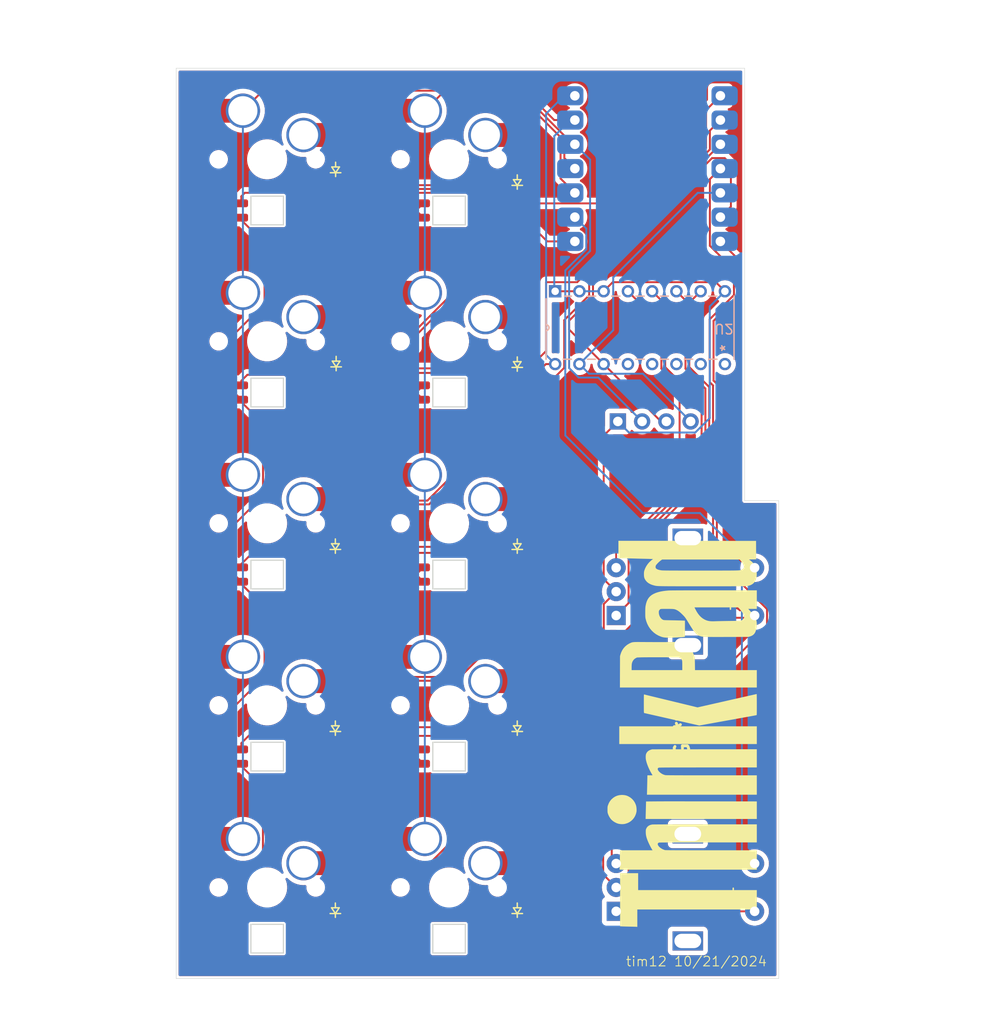
<source format=kicad_pcb>
(kicad_pcb (version 20240108) (generator "pcbnew") (generator_version "8.0")
  (layers (0 "F.Cu" signal) (31 "B.Cu" signal) (34 "B.Paste" user) (35 "F.Paste" user) (36 "B.SilkS" user "B.Silkscreen") (37 "F.SilkS" user "F.Silkscreen") (38 "B.Mask" user) (39 "F.Mask" user) (44 "Edge.Cuts" user))
  (net 0 "")
  (net 1 "ROW 0")
  (net 2 "ROW 1")
  (net 3 "ROW 2")
  (net 4 "Net-(D5-A)")
  (net 5 "ROW 4")
  (net 6 "Net-(D6-A)")
  (net 7 "Net-(D7-A)")
  (net 8 "Net-(D8-A)")
  (net 9 "ROW 3")
  (net 10 "Net-(D9-A)")
  (net 11 "Net-(D2-DOUT)")
  (net 12 "Net-(D11-A)")
  (net 13 "Net-(D12-A)")
  (net 14 "Net-(D13-A)")
  (net 15 "Net-(D14-A)")
  (net 16 "Net-(D2-DIN)")
  (net 17 "COL 0")
  (net 18 "GND")
  (net 19 "SK6812")
  (net 20 "Net-(D16-DIN)")
  (net 21 "COL 1")
  (net 22 "COL 2")
  (net 23 "SDA")
  (net 24 "3V3")
  (net 25 "SCL")
  (net 26 "Net-(D1-A)")
  (net 27 "5V")
  (net 28 "Net-(D16-DOUT)")
  (net 29 "Net-(D17-DOUT)")
  (net 30 "Net-(D18-DOUT)")
  (net 31 "Net-(D19-DOUT)")
  (net 32 "Net-(D20-DOUT)")
  (net 33 "Net-(D21-DOUT)")
  (net 34 "OUT B0")
  (net 35 "OUT A0")
  (net 36 "OUT A1")
  (net 37 "OUT B1")
  (net 44 "Net-(D10-A)")
  (net 45 "Net-(D15-A)")
  (footprint "ScottoKeebs_Scotto:MX_Hotswap_1.00u" (layer "F.Cu") (at 165.016344 135.75406 180)
    (property "Reference" "SW10" (hide yes))
    (property "Value" "SW_Push")
  )
  (footprint "ScottoKeebs_Components:LED_SK6812MINI" (layer "F.Cu") (at 145.331352 106.821917)
    (property "Reference" "D17" (hide yes))
    (property "Value" "LED_SK6812MINI" (hide yes))
    (fp_line (start -1.7 -1.5) (end -1.7 1.5) (stroke (width 0.12)) (layer "Edge.Cuts"))
    (fp_line (start -1.7 1.5) (end 1.7 1.5) (stroke (width 0.12)) (layer "Edge.Cuts"))
    (fp_line (start 1.7 -1.5) (end -1.7 -1.5) (stroke (width 0.12)) (layer "Edge.Cuts"))
    (fp_line (start 1.7 1.5) (end 1.7 -1.5) (stroke (width 0.12)) (layer "Edge.Cuts"))
  )
  (footprint "ScottoKeebs_Components:Diode_SOD-123" (layer "F.Cu") (at 171.525094 65.74531 90)
    (property "Reference" "D6" (hide yes))
    (property "Value" "D")
  )
  (footprint "ScottoKeebs_Components:LED_SK6812MINI" (layer "F.Cu") (at 164.381344 87.771901)
    (property "Reference" "D16" (hide yes))
    (property "Value" "LED_SK6812MINI" (hide yes))
    (fp_line (start -1.7 -1.5) (end -1.7 1.5) (stroke (width 0.12)) (layer "Edge.Cuts"))
    (fp_line (start -1.7 1.5) (end 1.7 1.5) (stroke (width 0.12)) (layer "Edge.Cuts"))
    (fp_line (start 1.7 -1.5) (end -1.7 -1.5) (stroke (width 0.12)) (layer "Edge.Cuts"))
    (fp_line (start 1.7 1.5) (end 1.7 -1.5) (stroke (width 0.12)) (layer "Edge.Cuts"))
  )
  (footprint "ScottoKeebs_Components:Diode_SOD-123" (layer "F.Cu") (at 193.850044 109.69536 -90)
    (property "Reference" "D1" (hide yes))
    (property "Value" "D")
  )
  (footprint "ScottoKeebs_Scotto:MX_Hotswap_1.00u" (layer "F.Cu") (at 165.016344 59.55406 180)
    (property "Reference" "SW6" (hide yes))
    (property "Value" "SW_Push")
  )
  (footprint "ScottoKeebs_Scotto:MX_Hotswap_1.00u" (layer "F.Cu") (at 165.016344 97.65406 180)
    (property "Reference" "SW8" (hide yes))
    (property "Value" "SW_Push")
  )
  (footprint "ScottoKeebs_Scotto:MX_Hotswap_1.00u" (layer "F.Cu") (at 145.966344 59.55406 180)
    (property "Reference" "SW11" (hide yes))
    (property "Value" "SW_Push")
  )
  (footprint "ScottoKeebs_Components:LED_SK6812MINI" (layer "F.Cu") (at 145.331352 125.871933)
    (property "Reference" "D19" (hide yes))
    (property "Value" "LED_SK6812MINI" (hide yes))
    (fp_line (start -1.7 -1.5) (end -1.7 1.5) (stroke (width 0.12)) (layer "Edge.Cuts"))
    (fp_line (start -1.7 1.5) (end 1.7 1.5) (stroke (width 0.12)) (layer "Edge.Cuts"))
    (fp_line (start 1.7 -1.5) (end -1.7 -1.5) (stroke (width 0.12)) (layer "Edge.Cuts"))
    (fp_line (start 1.7 1.5) (end 1.7 -1.5) (stroke (width 0.12)) (layer "Edge.Cuts"))
  )
  (footprint "ScottoKeebs_Components:LED_SK6812MINI" (layer "F.Cu") (at 164.381368 144.921949)
    (property "Reference" "D22" (hide yes))
    (property "Value" "LED_SK6812MINI" (hide yes))
    (fp_line (start -1.7 -1.5) (end -1.7 1.5) (stroke (width 0.12)) (layer "Edge.Cuts"))
    (fp_line (start -1.7 1.5) (end 1.7 1.5) (stroke (width 0.12)) (layer "Edge.Cuts"))
    (fp_line (start 1.7 -1.5) (end -1.7 -1.5) (stroke (width 0.12)) (layer "Edge.Cuts"))
    (fp_line (start 1.7 1.5) (end 1.7 -1.5) (stroke (width 0.12)) (layer "Edge.Cuts"))
  )
  (footprint "ScottoKeebs_Components:LED_SK6812MINI" (layer "F.Cu") (at 145.331344 68.721885)
    (property "Reference" "D3" (hide yes))
    (property "Value" "LED_SK6812MINI" (hide yes))
    (fp_line (start -1.7 -1.5) (end -1.7 1.5) (stroke (width 0.12)) (layer "Edge.Cuts"))
    (fp_line (start -1.7 1.5) (end 1.7 1.5) (stroke (width 0.12)) (layer "Edge.Cuts"))
    (fp_line (start 1.7 -1.5) (end -1.7 -1.5) (stroke (width 0.12)) (layer "Edge.Cuts"))
    (fp_line (start 1.7 1.5) (end 1.7 -1.5) (stroke (width 0.12)) (layer "Edge.Cuts"))
  )
  (footprint "ScottoKeebs_Scotto:MX_Hotswap_1.00u" (layer "F.Cu") (at 145.966344 116.70406 180)
    (property "Reference" "SW14" (hide yes))
    (property "Value" "SW_Push")
  )
  (footprint "ScottoKeebs_Components:LED_SK6812MINI" (layer "F.Cu") (at 164.381368 125.871933)
    (property "Reference" "D20" (hide yes))
    (property "Value" "LED_SK6812MINI" (hide yes))
    (fp_line (start -1.7 -1.5) (end -1.7 1.5) (stroke (width 0.12)) (layer "Edge.Cuts"))
    (fp_line (start -1.7 1.5) (end 1.7 1.5) (stroke (width 0.12)) (layer "Edge.Cuts"))
    (fp_line (start 1.7 -1.5) (end -1.7 -1.5) (stroke (width 0.12)) (layer "Edge.Cuts"))
    (fp_line (start 1.7 1.5) (end 1.7 -1.5) (stroke (width 0.12)) (layer "Edge.Cuts"))
  )
  (footprint "ScottoKeebs_Components:Diode_SOD-123" (layer "F.Cu") (at 171.525094 122.89531 90)
    (property "Reference" "D9" (hide yes))
    (property "Value" "D")
  )
  (footprint "ScottoKeebs_Scotto:MX_Hotswap_1.00u" (layer "F.Cu") (at 145.966344 135.75406 180)
    (property "Reference" "SW15" (hide yes))
    (property "Value" "SW_Push")
  )
  (footprint "ScottoKeebs_Scotto:MX_Hotswap_1.00u" (layer "F.Cu") (at 165.016344 78.60406 180)
    (property "Reference" "SW7" (hide yes))
    (property "Value" "SW_Push")
  )
  (footprint "ScottoKeebs_Components:Diode_SOD-123" (layer "F.Cu") (at 171.525094 141.94531 90)
    (property "Reference" "D10" (hide yes))
    (property "Value" "D")
  )
  (footprint "ScottoKeebs_Components:Diode_SOD-123" (layer "F.Cu") (at 194.147018 140.39536 -90)
    (property "Reference" "D5" (hide yes))
    (property "Value" "D")
  )
  (footprint "ScottoKeebs_Components:LED_SK6812MINI" (layer "F.Cu") (at 164.381368 106.821917)
    (property "Reference" "D18" (hide yes))
    (property "Value" "LED_SK6812MINI" (hide yes))
    (fp_line (start -1.7 -1.5) (end -1.7 1.5) (stroke (width 0.12)) (layer "Edge.Cuts"))
    (fp_line (start -1.7 1.5) (end 1.7 1.5) (stroke (width 0.12)) (layer "Edge.Cuts"))
    (fp_line (start 1.7 -1.5) (end -1.7 -1.5) (stroke (width 0.12)) (layer "Edge.Cuts"))
    (fp_line (start 1.7 1.5) (end 1.7 -1.5) (stroke (width 0.12)) (layer "Edge.Cuts"))
  )
  (footprint "ScottoKeebs_Components:Diode_SOD-123" (layer "F.Cu") (at 152.475094 103.84531 90)
    (property "Reference" "D13" (hide yes))
    (property "Value" "D")
  )
  (footprint "ScottoKeebs_Components:Diode_SOD-123" (layer "F.Cu") (at 152.475094 141.94531 90)
    (property "Reference" "D15" (hide yes))
    (property "Value" "D")
  )
  (footprint "ScottoKeebs_Scotto:MX_Hotswap_1.00u" (layer "F.Cu") (at 145.966344 97.65406 180)
    (property "Reference" "SW13" (hide yes))
    (property "Value" "SW_Push")
  )
  (footprint "ScottoKeebs_Components:Diode_SOD-123" (layer "F.Cu") (at 152.556344 84.73906 90)
    (property "Reference" "D12" (hide yes))
    (property "Value" "D")
  )
  (footprint "ScottoKeebs_Scotto:MX_Hotswap_1.00u" (layer "F.Cu") (at 145.966344 78.60406 180)
    (property "Reference" "SW12" (hide yes))
    (property "Value" "SW_Push")
  )
  (footprint "Library:thinkpadlogo" (layer "F.Cu") (at 188.789201 123.490681 90)
    (property "Reference" "G***")
    (property "Value" "LOGO" (hide yes))
  )
  (footprint "ScottoKeebs_Components:LED_SK6812MINI" (layer "F.Cu") (at 145.331352 87.771901)
    (property "Reference" "D4" (hide yes))
    (property "Value" "LED_SK6812MINI" (hide yes))
    (fp_line (start -1.7 -1.5) (end -1.7 1.5) (stroke (width 0.12)) (layer "Edge.Cuts"))
    (fp_line (start -1.7 1.5) (end 1.7 1.5) (stroke (width 0.12)) (layer "Edge.Cuts"))
    (fp_line (start 1.7 -1.5) (end -1.7 -1.5) (stroke (width 0.12)) (layer "Edge.Cuts"))
    (fp_line (start 1.7 1.5) (end 1.7 -1.5) (stroke (width 0.12)) (layer "Edge.Cuts"))
  )
  (footprint "ScottoKeebs_Scotto:MX_Hotswap_1.00u" (layer "F.Cu") (at 165.016344 116.70406 180)
    (property "Reference" "SW9" (hide yes))
    (property "Value" "SW_Push")
  )
  (footprint "ScottoKeebs_Components:LED_SK6812MINI" (layer "F.Cu") (at 145.331344 144.921949)
    (property "Reference" "D21" (hide yes))
    (property "Value" "LED_SK6812MINI" (hide yes))
    (fp_line (start -1.7 -1.5) (end -1.7 1.5) (stroke (width 0.12)) (layer "Edge.Cuts"))
    (fp_line (start -1.7 1.5) (end 1.7 1.5) (stroke (width 0.12)) (layer "Edge.Cuts"))
    (fp_line (start 1.7 -1.5) (end -1.7 -1.5) (stroke (width 0.12)) (layer "Edge.Cuts"))
    (fp_line (start 1.7 1.5) (end 1.7 -1.5) (stroke (width 0.12)) (layer "Edge.Cuts"))
  )
  (footprint "ScottoKeebs_Components:LED_SK6812MINI" (layer "F.Cu") (at 164.381344 68.721885)
    (property "Reference" "D2" (hide yes))
    (property "Value" "LED_SK6812MINI" (hide yes))
    (fp_line (start -1.7 -1.5) (end -1.7 1.5) (stroke (width 0.12)) (layer "Edge.Cuts"))
    (fp_line (start -1.7 1.5) (end 1.7 1.5) (stroke (width 0.12)) (layer "Edge.Cuts"))
    (fp_line (start 1.7 -1.5) (end -1.7 -1.5) (stroke (width 0.12)) (layer "Edge.Cuts"))
    (fp_line (start 1.7 1.5) (end 1.7 -1.5) (stroke (width 0.12)) (layer "Edge.Cuts"))
  )
  (footprint "ScottoKeebs_Components:Diode_SOD-123" (layer "F.Cu") (at 152.500044 64.42036 90)
    (property "Reference" "D11" (hide yes))
    (property "Value" "D")
  )
  (footprint "ScottoKeebs_Components:Diode_SOD-123" (layer "F.Cu") (at 171.525094 84.79531 90)
    (property "Reference" "D7" (hide yes))
    (property "Value" "D")
  )
  (footprint "ScottoKeebs_Components:Diode_SOD-123" (layer "F.Cu") (at 171.525094 103.84531 90)
    (property "Reference" "D8" (hide yes))
    (property "Value" "D")
  )
  (footprint "ScottoKeebs_Components:Diode_SOD-123" (layer "F.Cu") (at 152.475094 122.89531 90)
    (property "Reference" "D14" (hide yes))
    (property "Value" "D")
  )
  (footprint "ScottoKeebs_MCU:Seeed_XIAO_RP2040" (layer "B.Cu") (at 185.177594 64.33906 180)
    (property "Reference" "U1" (hide yes))
    (property "Value" "Seeed Studio XIAO SAMD21")
  )
  (footprint "ScottoKeebs_Scotto:Encoder_EC11_MX" (layer "B.Cu") (at 189.384514 108.607848)
    (property "Reference" "SW1" (hide yes))
    (property "Value" "RotaryEncoder_Switch" (hide yes))
  )
  (footprint "ScottoKeebs_Scotto:Encoder_EC11_MX" (layer "B.Cu") (at 189.384514 139.56406)
    (property "Reference" "SW2" (hide yes))
    (property "Value" "RotaryEncoder_Switch" (hide yes))
  )
  (footprint "P:N16" (layer "B.Cu") (at 193.273844 84.79531 -90)
    (property "Reference" "U2")
    (property "Value" "PCF8574A")
  )
  (footprint "ScottoKeebs_Components:OLED_128x32" (layer "B.Cu") (at 191.859506 92.39847 90)
    (property "Reference" "J1" (hide yes))
    (property "Value" "OLED_128x32")
  )
  (gr_line (start 135.806344 149.08906) (end 135.806344 53.83906) (stroke (width 0.05)) (layer "Edge.Cuts"))
  (gr_line (start 198.909522 149.08914) (end 135.806344 149.08906) (stroke (width 0.05)) (layer "Edge.Cuts"))
  (gr_line (start 135.806344 53.83906) (end 195.337594 53.83906) (stroke (width 0.05)) (layer "Edge.Cuts"))
  (gr_line (start 198.909522 99.082848) (end 198.909522 149.08914) (stroke (width 0.05)) (layer "Edge.Cuts"))
  (gr_line (start 195.337594 53.83906) (end 195.337644 99.082848) (stroke (width 0.05)) (layer "Edge.Cuts"))
  (gr_line (start 198.909522 99.082848) (end 195.337644 99.082848) (stroke (width 0.05)) (layer "Edge.Cuts"))
  (gr_text "tim12 10/21/2024" (at 182.836071 147.898514 0) (layer "F.SilkS") (effects (font (size 1 1) (thickness 0.1)) (justify left bottom)))
  (segment (start 171.525094 67.39531) (end 172.108844 67.97906) (width 0.2) (layer "F.Cu") (net 1))
  (segment (start 172.108844 67.97906) (end 185.486222 67.97906) (width 0.2) (layer "F.Cu") (net 1))
  (segment (start 169.342255 66.071885) (end 170.66568 67.39531) (width 0.2) (layer "F.Cu") (net 1))
  (segment (start 152.501569 66.071885) (end 169.342255 66.071885) (width 0.2) (layer "F.Cu") (net 1))
  (segment (start 170.66568 67.39531) (end 171.525094 67.39531) (width 0.2) (layer "F.Cu") (net 1))
  (segment (start 191.297594 62.167688) (end 191.297594 58.21906) (width 0.2) (layer "F.Cu") (net 1))
  (segment (start 152.500044 66.07036) (end 152.501569 66.071885) (width 0.2) (layer "F.Cu") (net 1))
  (segment (start 191.297594 58.21906) (end 192.797594 56.71906) (width 0.2) (layer "F.Cu") (net 1))
  (segment (start 185.486222 67.97906) (end 191.297594 62.167688) (width 0.2) (layer "F.Cu") (net 1))
  (segment (start 191.697594 60.35906) (end 191.697594 62.333374) (width 0.2) (layer "F.Cu") (net 2))
  (segment (start 174.546144 76.22761) (end 174.546144 83.42426) (width 0.2) (layer "F.Cu") (net 2))
  (segment (start 158.590128 85.98906) (end 159.333828 85.24536) (width 0.2) (layer "F.Cu") (net 2))
  (segment (start 159.333828 85.24536) (end 170.325144 85.24536) (width 0.2) (layer "F.Cu") (net 2))
  (segment (start 170.325144 85.24536) (end 171.525094 86.44531) (width 0.2) (layer "F.Cu") (net 2))
  (segment (start 152.475094 86.44531) (end 152.931344 85.98906) (width 0.2) (layer "F.Cu") (net 2))
  (segment (start 192.797594 59.25906) (end 191.697594 60.35906) (width 0.2) (layer "F.Cu") (net 2))
  (segment (start 174.546144 83.42426) (end 171.525094 86.44531) (width 0.2) (layer "F.Cu") (net 2))
  (segment (start 152.931344 85.98906) (end 158.590128 85.98906) (width 0.2) (layer "F.Cu") (net 2))
  (segment (start 191.697594 62.333374) (end 177.803358 76.22761) (width 0.2) (layer "F.Cu") (net 2))
  (segment (start 177.803358 76.22761) (end 174.546144 76.22761) (width 0.2) (layer "F.Cu") (net 2))
  (segment (start 192.797594 61.79906) (end 179.056344 75.54031) (width 0.2) (layer "F.Cu") (net 3))
  (segment (start 155.540729 103.92036) (end 169.950144 103.92036) (width 0.2) (layer "F.Cu") (net 3))
  (segment (start 176.441544 85.187861) (end 173.041344 88.588061) (width 0.2) (layer "F.Cu") (net 3))
  (segment (start 153.325094 104.64531) (end 154.815779 104.64531) (width 0.2) (layer "F.Cu") (net 3))
  (segment (start 179.056344 75.54031) (end 179.056344 77.58906) (width 0.2) (layer "F.Cu") (net 3))
  (segment (start 176.441544 80.20386) (end 176.441544 85.187861) (width 0.2) (layer "F.Cu") (net 3))
  (segment (start 173.041344 88.588061) (end 173.041344 103.97906) (width 0.2) (layer "F.Cu") (net 3))
  (segment (start 173.041344 103.97906) (end 171.525094 105.49531) (width 0.2) (layer "F.Cu") (net 3))
  (segment (start 179.056344 77.58906) (end 176.441544 80.20386) (width 0.2) (layer "F.Cu") (net 3))
  (segment (start 169.950144 103.92036) (end 171.525094 105.49531) (width 0.2) (layer "F.Cu") (net 3))
  (segment (start 152.475094 105.49531) (end 153.325094 104.64531) (width 0.2) (layer "F.Cu") (net 3))
  (segment (start 154.815779 104.64531) (end 155.540729 103.92036) (width 0.2) (layer "F.Cu") (net 3))
  (segment (start 194.147018 142.04536) (end 194.165718 142.06406) (width 0.2) (layer "F.Cu") (net 4))
  (segment (start 194.165718 142.06406) (end 196.384514 142.06406) (width 0.2) (layer "F.Cu") (net 4))
  (segment (start 186.356344 143.854746) (end 191.46573 138.74536) (width 0.2) (layer "F.Cu") (net 5))
  (segment (start 154.563916 142.22036) (end 170.150144 142.22036) (width 0.2) (layer "F.Cu") (net 5))
  (segment (start 193.551705 116.378143) (end 197.684514 112.245334) (width 0.2) (layer "F.Cu") (net 5))
  (segment (start 194.147018 138.74536) (end 193.551705 138.150047) (width 0.2) (layer "F.Cu") (net 5))
  (segment (start 170.150144 142.22036) (end 171.525094 143.59531) (width 0.2) (layer "F.Cu") (net 5))
  (segment (start 192.429506 86.866913) (end 192.081544 86.518951) (width 0.2) (layer "F.Cu") (net 5))
  (segment (start 197.684514 112.245334) (end 197.684514 110.43696) (width 0.2) (layer "F.Cu") (net 5))
  (segment (start 193.551705 138.150047) (end 193.551705 116.378143) (width 0.2) (layer "F.Cu") (net 5))
  (segment (start 194.618888 76.614418) (end 194.618888 73.780354) (width 0.2) (layer "F.Cu") (net 5))
  (segment (start 171.525094 143.59531) (end 172.118844 144.18906) (width 0.2) (layer "F.Cu") (net 5))
  (segment (start 197.684514 110.43696) (end 192.429506 105.181952) (width 0.2) (layer "F.Cu") (net 5))
  (segment (start 191.46573 138.74536) (end 194.147018 138.74536) (width 0.2) (layer "F.Cu") (net 5))
  (segment (start 194.621544 76.617074) (end 194.618888 76.614418) (width 0.2) (layer "F.Cu") (net 5))
  (segment (start 186.031344 144.18906) (end 186.356344 143.86406) (width 0.2) (layer "F.Cu") (net 5))
  (segment (start 172.118844 144.18906) (end 186.031344 144.18906) (width 0.2) (layer "F.Cu") (net 5))
  (segment (start 194.618888 73.780354) (end 192.797594 71.95906) (width 0.2) (layer "F.Cu") (net 5))
  (segment (start 192.429506 105.181952) (end 192.429506 86.866913) (width 0.2) (layer "F.Cu") (net 5))
  (segment (start 192.081544 86.518951) (end 192.081544 80.273547) (width 0.2) (layer "F.Cu") (net 5))
  (segment (start 194.621544 77.733547) (end 194.621544 76.617074) (width 0.2) (layer "F.Cu") (net 5))
  (segment (start 192.081544 80.273547) (end 194.621544 77.733547) (width 0.2) (layer "F.Cu") (net 5))
  (segment (start 152.475094 143.59531) (end 153.188966 143.59531) (width 0.2) (layer "F.Cu") (net 5))
  (segment (start 186.356344 143.86406) (end 186.356344 143.854746) (width 0.2) (layer "F.Cu") (net 5))
  (segment (start 153.188966 143.59531) (end 154.563916 142.22036) (width 0.2) (layer "F.Cu") (net 5))
  (segment (start 170.966344 63.53656) (end 171.525094 64.09531) (width 0.2) (layer "F.Cu") (net 6))
  (segment (start 170.966344 60.82406) (end 170.966344 63.53656) (width 0.2) (layer "F.Cu") (net 6))
  (segment (start 170.966344 82.58656) (end 171.525094 83.14531) (width 0.2) (layer "F.Cu") (net 7))
  (segment (start 170.966344 79.87406) (end 170.966344 82.58656) (width 0.2) (layer "F.Cu") (net 7))
  (segment (start 170.966344 98.92406) (end 170.966344 101.63656) (width 0.2) (layer "F.Cu") (net 8))
  (segment (start 170.966344 101.63656) (end 171.525094 102.19531) (width 0.2) (layer "F.Cu") (net 8))
  (segment (start 192.029506 87.032599) (end 191.681544 86.684637) (width 0.2) (layer "F.Cu") (net 9))
  (segment (start 191.697594 72.414695) (end 191.697594 65.43906) (width 0.2) (layer "F.Cu") (net 9))
  (segment (start 191.681544 84.402759) (end 191.668888 84.390103) (width 0.2) (layer "F.Cu") (net 9))
  (segment (start 191.668888 84.390103) (end 191.668888 80.120517) (width 0.2) (layer "F.Cu") (net 9))
  (segment (start 171.525094 124.54531) (end 169.775144 122.79536) (width 0.2) (layer "F.Cu") (net 9))
  (segment (start 192.975044 136.67036) (end 192.975044 111.819056) (width 0.2) (layer "F.Cu") (net 9))
  (segment (start 192.950044 111.794056) (end 192.950044 108.94536) (width 0.2) (layer "F.Cu") (net 9))
  (segment (start 194.218888 74.931295) (end 192.346653 73.05906) (width 0.2) (layer "F.Cu") (net 9))
  (segment (start 193.850044 108.04536) (end 192.029506 106.224822) (width 0.2) (layer "F.Cu") (net 9))
  (segment (start 192.950044 108.94536) (end 193.850044 108.04536) (width 0.2) (layer "F.Cu") (net 9))
  (segment (start 191.668888 80.120517) (end 194.221544 77.567861) (width 0.2) (layer "F.Cu") (net 9))
  (segment (start 192.029506 106.224822) (end 192.029506 87.032599) (width 0.2) (layer "F.Cu") (net 9))
  (segment (start 173.632876 143.78906) (end 185.856344 143.78906) (width 0.2) (layer "F.Cu") (net 9))
  (segment (start 171.525094 124.54531) (end 173.632876 126.653092) (width 0.2) (layer "F.Cu") (net 9))
  (segment (start 192.346653 73.05906) (end 192.341959 73.05906) (width 0.2) (layer "F.Cu") (net 9))
  (segment (start 192.341959 73.05906) (end 191.697594 72.414695) (width 0.2) (layer "F.Cu") (net 9))
  (segment (start 191.697594 65.43906) (end 192.797594 64.33906) (width 0.2) (layer "F.Cu") (net 9))
  (segment (start 194.221544 76.78276) (end 194.218888 76.780104) (width 0.2) (layer "F.Cu") (net 9))
  (segment (start 153.325094 123.69531) (end 152.475094 124.54531) (width 0.2) (layer "F.Cu") (net 9))
  (segment (start 191.681544 86.684637) (end 191.681544 84.402759) (width 0.2) (layer "F.Cu") (net 9))
  (segment (start 185.856344 143.78906) (end 192.975044 136.67036) (width 0.2) (layer "F.Cu") (net 9))
  (segment (start 194.221544 77.567861) (end 194.221544 76.78276) (width 0.2) (layer "F.Cu") (net 9))
  (segment (start 154.953368 123.69531) (end 153.325094 123.69531) (width 0.2) (layer "F.Cu") (net 9))
  (segment (start 169.775144 122.79536) (end 155.853318 122.79536) (width 0.2) (layer "F.Cu") (net 9))
  (segment (start 194.218888 76.780104) (end 194.218888 74.931295) (width 0.2) (layer "F.Cu") (net 9))
  (segment (start 173.632876 126.653092) (end 173.632876 143.78906) (width 0.2) (layer "F.Cu") (net 9))
  (segment (start 155.853318 122.79536) (end 154.953368 123.69531) (width 0.2) (layer "F.Cu") (net 9))
  (segment (start 192.975044 111.819056) (end 192.950044 111.794056) (width 0.2) (layer "F.Cu") (net 9))
  (segment (start 170.966344 120.68656) (end 171.525094 121.24531) (width 0.2) (layer "F.Cu") (net 10))
  (segment (start 170.966344 117.97406) (end 170.966344 120.68656) (width 0.2) (layer "F.Cu") (net 10))
  (segment (start 167.675044 74.470209) (end 167.675044 71.518283) (width 0.2) (layer "F.Cu") (net 11))
  (segment (start 142.631352 86.539052) (end 143.250044 85.92036) (width 0.2) (layer "F.Cu") (net 11))
  (segment (start 150.353108 85.92036) (end 151.184408 85.08906) (width 0.2) (layer "F.Cu") (net 11))
  (segment (start 160.526344 81.618909) (end 167.675044 74.470209) (width 0.2) (layer "F.Cu") (net 11))
  (segment (start 167.675044 71.518283) (end 167.681344 71.511983) (width 0.2) (layer "F.Cu") (net 11))
  (segment (start 158.358756 85.08906) (end 160.526344 82.921472) (width 0.2) (layer "F.Cu") (net 11))
  (segment (start 151.184408 85.08906) (end 158.358756 85.08906) (width 0.2) (layer "F.Cu") (net 11))
  (segment (start 142.631352 87.021901) (end 142.631352 86.539052) (width 0.2) (layer "F.Cu") (net 11))
  (segment (start 167.681344 71.511983) (end 167.681344 70.071885) (width 0.2) (layer "F.Cu") (net 11))
  (segment (start 167.681344 70.071885) (end 167.081344 69.471885) (width 0.2) (layer "F.Cu") (net 11))
  (segment (start 143.250044 85.92036) (end 150.353108 85.92036) (width 0.2) (layer "F.Cu") (net 11))
  (segment (start 160.526344 82.921472) (end 160.526344 81.618909) (width 0.2) (layer "F.Cu") (net 11))
  (segment (start 151.916344 62.18666) (end 152.500044 62.77036) (width 0.2) (layer "F.Cu") (net 12))
  (segment (start 151.916344 60.82406) (end 151.916344 62.18666) (width 0.2) (layer "F.Cu") (net 12))
  (segment (start 151.916344 79.87406) (end 151.916344 82.58656) (width 0.2) (layer "F.Cu") (net 13))
  (segment (start 151.916344 82.58656) (end 152.475094 83.14531) (width 0.2) (layer "F.Cu") (net 13))
  (segment (start 151.916344 101.63656) (end 152.475094 102.19531) (width 0.2) (layer "F.Cu") (net 14))
  (segment (start 151.916344 98.92406) (end 151.916344 101.63656) (width 0.2) (layer "F.Cu") (net 14))
  (segment (start 151.916344 117.97406) (end 151.916344 120.68656) (width 0.2) (layer "F.Cu") (net 15))
  (segment (start 151.916344 120.68656) (end 152.475094 121.24531) (width 0.2) (layer "F.Cu") (net 15))
  (segment (start 149.817269 69.471885) (end 148.031344 69.471885) (width 0.2) (layer "F.Cu") (net 16))
  (segment (start 161.681344 67.971885) (end 161.082869 68.57036) (width 0.2) (layer "F.Cu") (net 16))
  (segment (start 150.718794 68.57036) (end 149.817269 69.471885) (width 0.2) (layer "F.Cu") (net 16))
  (segment (start 161.082869 68.57036) (end 150.718794 68.57036) (width 0.2) (layer "F.Cu") (net 16))
  (segment (start 176.556344 74.993952) (end 178.752594 72.797702) (width 0.2) (layer "B.Cu") (net 17))
  (segment (start 178.752594 72.797702) (end 178.752594 70.61406) (width 0.2) (layer "B.Cu") (net 17))
  (segment (start 196.384514 137.06406) (end 195.050044 135.72959) (width 0.2) (layer "B.Cu") (net 17))
  (segment (start 176.556344 92.26406) (end 176.556344 74.993952) (width 0.2) (layer "B.Cu") (net 17))
  (segment (start 190.657961 100.381295) (end 184.673579 100.381295) (width 0.2) (layer "B.Cu") (net 17))
  (segment (start 195.050044 135.72959) (end 195.050044 107.37036) (width 0.2) (layer "B.Cu") (net 17))
  (segment (start 195.748483 106.671921) (end 196.948587 106.671921) (width 0.2) (layer "B.Cu") (net 17))
  (segment (start 195.050044 107.37036) (end 195.748483 106.671921) (width 0.2) (layer "B.Cu") (net 17))
  (segment (start 196.948587 106.671921) (end 190.657961 100.381295) (width 0.2) (layer "B.Cu") (net 17))
  (segment (start 178.752594 70.61406) (end 177.557594 69.41906) (width 0.2) (layer "B.Cu") (net 17))
  (segment (start 184.673579 100.381295) (end 176.556344 92.26406) (width 0.2) (layer "B.Cu") (net 17))
  (segment (start 145.056344 117.465658) (end 141.631344 120.890658) (width 0.2) (layer "F.Cu") (net 18))
  (segment (start 150.57313 107.04531) (end 148.946523 108.671917) (width 0.2) (layer "F.Cu") (net 18))
  (segment (start 141.631344 120.890658) (end 141.631344 125.8669) (width 0.2) (layer "F.Cu") (net 18))
  (segment (start 144.900044 98.571958) (end 141.631344 101.840658) (width 0.2) (layer "F.Cu") (net 18))
  (segment (start 161.681368 107.571917) (end 161.154761 107.04531) (width 0.2) (layer "F.Cu") (net 18))
  (segment (start 145.056344 72.15166) (end 143.476569 70.571885) (width 0.2) (layer "F.Cu") (net 18))
  (segment (start 150.575094 126.09531) (end 148.948471 127.721933) (width 0.2) (layer "F.Cu") (net 18))
  (segment (start 141.631344 144.90166) (end 143.281344 146.55166) (width 0.2) (layer "F.Cu") (net 18))
  (segment (start 180.584514 113.556235) (end 180.584514 109.907848) (width 0.2) (layer "F.Cu") (net 18))
  (segment (start 141.556344 81.986648) (end 145.056344 78.486648) (width 0.2) (layer "F.Cu") (net 18))
  (segment (start 143.281344 146.55166) (end 143.281344 146.566924) (width 0.2) (layer "F.Cu") (net 18))
  (segment (start 180.575044 92.282932) (end 182.059506 90.79847) (width 0.2) (layer "F.Cu") (net 18))
  (segment (start 143.476569 70.571885) (end 140.556344 67.65166) (width 0.2) (layer "F.Cu") (net 18))
  (segment (start 180.525044 138.20459) (end 180.525044 135.394382) (width 0.2) (layer "F.Cu") (net 18))
  (segment (start 180.575044 107.298378) (end 180.575044 92.282932) (width 0.2) (layer "F.Cu") (net 18))
  (segment (start 171.916012 55.781295) (end 175.393777 59.25906) (width 0.2) (layer "F.Cu") (net 18))
  (segment (start 161.681344 88.521901) (end 161.242303 88.08286) (width 0.2) (layer "F.Cu") (net 18))
  (segment (start 143.486377 89.621901) (end 143.486377 89.631693) (width 0.2) (layer "F.Cu") (net 18))
  (segment (start 149.977841 145.14531) (end 161.154729 145.14531) (width 0.2) (layer "F.Cu") (net 18))
  (segment (start 144.891344 136.656472) (end 141.631344 139.916472) (width 0.2) (layer "F.Cu") (net 18))
  (segment (start 161.250094 145.95781) (end 162.000094 145.95781) (width 0.2) (layer "F.Cu") (net 18))
  (segment (start 137.936344 59.65666) (end 137.936344 57.049316) (width 0.2) (layer "F.Cu") (net 18))
  (segment (start 161.154745 126.09531) (end 150.575094 126.09531) (width 0.2) (layer "F.Cu") (net 18))
  (segment (start 150.485564 88.08286) (end 148.946523 89.621901) (width 0.2) (layer "F.Cu") (net 18))
  (segment (start 181.018888 134.900538) (end 181.018888 113.990609) (width 0.2) (layer "F.Cu") (net 18))
  (segment (start 144.900044 91.04536) (end 144.900044 98.571958) (width 0.2) (layer "F.Cu") (net 18))
  (segment (start 181.884514 108.607848) (end 180.575044 107.298378) (width 0.2) (layer "F.Cu") (net 18))
  (segment (start 178.033844 77.17531) (end 175.493844 77.17531) (width 0.2) (layer "F.Cu") (net 18))
  (segment (start 141.631344 106.571909) (end 142.631352 107.571917) (width 0.2) (layer "F.Cu") (net 18))
  (segment (start 145.056344 78.486648) (end 145.056344 72.15166) (width 0.2) (layer "F.Cu") (net 18))
  (segment (start 143.486377 127.721933) (end 143.486377 127.731693) (width 0.2) (layer "F.Cu") (net 18))
  (segment (start 141.631344 139.916472) (end 141.631344 144.90166) (width 0.2) (layer "F.Cu") (net 18))
  (segment (start 143.486377 108.671917) (end 142.631352 107.816892) (width 0.2) (layer "F.Cu") (net 18))
  (segment (start 161.681344 69.471885) (end 161.179819 68.97036) (width 0.2) (layer "F.Cu") (net 18))
  (segment (start 181.018888 113.990609) (end 180.584514 113.556235) (width 0.2) (layer "F.Cu") (net 18))
  (segment (start 141.631344 125.8669) (end 143.486377 127.721933) (width 0.2) (layer "F.Cu") (net 18))
  (segment (start 143.486377 89.631693) (end 144.900044 91.04536) (width 0.2) (layer "F.Cu") (net 18))
  (segment (start 181.884514 139.56406) (end 180.525044 138.20459) (width 0.2) (layer "F.Cu") (net 18))
  (segment (start 142.98169 108.16723) (end 145.056344 110.241884) (width 0.2) (layer "F.Cu") (net 18))
  (segment (start 181.521544 76.22761) (end 192.326144 76.22761) (width 0.2) (layer "F.Cu") (net 18))
  (segment (start 139.204365 55.781295) (end 171.916012 55.781295) (width 0.2) (layer "F.Cu") (net 18))
  (segment (start 148.948471 127.721933) (end 143.486377 127.721933) (width 0.2) (layer "F.Cu") (net 18))
  (segment (start 161.242303 88.08286) (end 150.485564 88.08286) (width 0.2) (layer "F.Cu") (net 18))
  (segment (start 140.556344 65.218751) (end 139.075044 63.737451) (width 0.2) (layer "F.Cu") (net 18))
  (segment (start 175.393777 59.25906) (end 177.557594 59.25906) (width 0.2) (layer "F.Cu") (net 18))
  (segment (start 161.154729 145.14531) (end 161.681368 145.671949) (width 0.2) (layer "F.Cu") (net 18))
  (segment (start 180.584514 109.907848) (end 181.884514 108.607848) (width 0.2) (layer "F.Cu") (net 18))
  (segment (start 161.681368 126.621933) (end 161.154745 126.09531) (width 0.2) (layer "F.Cu") (net 18))
  (segment (start 161.179819 68.97036) (end 150.88448 68.97036) (width 0.2) (layer "F.Cu") (net 18))
  (segment (start 139.075044 63.737451) (end 139.075044 60.79536) (width 0.2) (layer "F.Cu") (net 18))
  (segment (start 143.486377 127.731693) (end 144.891344 129.13666) (width 0.2) (layer "F.Cu") (net 18))
  (segment (start 140.556344 67.65166) (end 140.556344 65.218751) (width 0.2) (layer "F.Cu") (net 18))
  (segment (start 143.486369 146.771949) (end 148.351202 146.771949) (width 0.2) (layer "F.Cu") (net 18))
  (segment (start 149.282955 70.571885) (end 145.056344 70.571885) (width 0.2) (layer "F.Cu") (net 18))
  (segment (start 145.056344 70.571885) (end 143.476569 70.571885) (width 0.2) (layer "F.Cu") (net 18))
  (segment (start 143.281344 146.566924) (end 143.486369 146.771949) (width 0.2) (layer "F.Cu") (net 18))
  (segment (start 137.936344 57.049316) (end 139.204365 55.781295) (width 0.2) (layer "F.Cu") (net 18))
  (segment (start 150.88448 68.97036) (end 149.282955 70.571885) (width 0.2) (layer "F.Cu") (net 18))
  (segment (start 180.525044 135.394382) (end 181.018888 134.900538) (width 0.2) (layer "F.Cu") (net 18))
  (segment (start 148.946523 108.671917) (end 143.486377 108.671917) (width 0.2) (layer "F.Cu") (net 18))
  (segment (start 142.631352 88.521901) (end 141.556344 87.446893) (width 0.2) (layer "F.Cu") (net 18))
  (segment (start 148.946523 89.621901) (end 143.486377 89.621901) (width 0.2) (layer "F.Cu") (net 18))
  (segment (start 139.075044 60.79536) (end 137.936344 59.65666) (width 0.2) (layer "F.Cu") (net 18))
  (segment (start 144.891344 129.13666) (end 144.891344 136.656472) (width 0.2) (layer "F.Cu") (net 18))
  (segment (start 142.631352 88.766876) (end 142.631352 88.521901) (width 0.2) (layer "F.Cu") (net 18))
  (segment (start 148.351202 146.771949) (end 149.977841 145.14531) (width 0.2) (layer "F.Cu") (net 18))
  (segment (start 143.486377 89.621901) (end 142.631352 88.766876) (width 0.2) (layer "F.Cu") (net 18))
  (segment (start 180.573844 77.17531) (end 181.521544 76.22761) (width 0.2) (layer "F.Cu") (net 18))
  (segment (start 145.056344 110.241884) (end 145.056344 117.465658) (width 0.2) (layer "F.Cu") (net 18))
  (segment (start 192.326144 76.22761) (end 193.273844 77.17531) (width 0.2) (layer "F.Cu") (net 18))
  (segment (start 161.154761 107.04531) (end 150.57313 107.04531) (width 0.2) (layer "F.Cu") (net 18))
  (segment (start 142.631352 107.816892) (end 142.631352 107.571917) (width 0.2) (layer "F.Cu") (net 18))
  (segment (start 141.556344 87.446893) (end 141.556344 81.986648) (width 0.2) (layer "F.Cu") (net 18))
  (segment (start 141.631344 101.840658) (end 141.631344 106.571909) (width 0.2) (layer "F.Cu") (net 18))
  (segment (start 175.402594 77.08406) (end 175.402594 60.93406) (width 0.2) (layer "B.Cu") (net 18))
  (segment (start 182.059506 90.79847) (end 183.217331 91.956295) (width 0.2) (layer "B.Cu") (net 18))
  (segment (start 190.168888 91.956295) (end 191.681544 90.443639) (width 0.2) (layer "B.Cu") (net 18))
  (segment (start 191.681544 90.443639) (end 191.681544 78.76761) (width 0.2) (layer "B.Cu") (net 18))
  (segment (start 191.681544 78.76761) (end 193.273844 77.17531) (width 0.2) (layer "B.Cu") (net 18))
  (segment (start 175.493844 77.17531) (end 175.402594 77.08406) (width 0.2) (layer "B.Cu") (net 18))
  (segment (start 175.402594 60.93406) (end 177.077594 59.25906) (width 0.2) (layer "B.Cu") (net 18))
  (segment (start 178.033844 77.17531) (end 180.573844 77.17531) (width 0.2) (layer "B.Cu") (net 18))
  (segment (start 183.217331 91.956295) (end 190.168888 91.956295) (width 0.2) (layer "B.Cu") (net 18))
  (segment (start 153.447215 66.471885) (end 169.176569 66.471885) (width 0.2) (layer "F.Cu") (net 19))
  (segment (start 142.625044 67.24536) (end 142.998519 66.871885) (width 0.2) (layer "F.Cu") (net 19))
  (segment (start 142.625044 67.965585) (end 142.625044 67.24536) (width 0.2) (layer "F.Cu") (net 19))
  (segment (start 169.176569 66.471885) (end 174.663744 71.95906) (width 0.2) (layer "F.Cu") (net 19))
  (segment (start 174.663744 71.95906) (end 177.557594 71.95906) (width 0.2) (layer "F.Cu") (net 19))
  (segment (start 142.998519 66.871885) (end 153.047215 66.871885) (width 0.2) (layer "F.Cu") (net 19))
  (segment (start 153.047215 66.871885) (end 153.447215 66.471885) (width 0.2) (layer "F.Cu") (net 19))
  (segment (start 142.631344 67.971885) (end 142.625044 67.965585) (width 0.2) (layer "F.Cu") (net 19))
  (segment (start 161.020385 87.68286) (end 161.681344 87.021901) (width 0.2) (layer "F.Cu") (net 20))
  (segment (start 149.72198 87.68286) (end 161.020385 87.68286) (width 0.2) (layer "F.Cu") (net 20))
  (segment (start 148.031352 88.521901) (end 148.882939 88.521901) (width 0.2) (layer "F.Cu") (net 20))
  (segment (start 148.882939 88.521901) (end 149.72198 87.68286) (width 0.2) (layer "F.Cu") (net 20))
  (segment (start 163.541344 56.58406) (end 171.587405 56.58406) (width 0.2) (layer "F.Cu") (net 21))
  (segment (start 161.841344 58.28406) (end 163.541344 56.58406) (width 0.2) (layer "F.Cu") (net 21))
  (segment (start 171.587405 56.58406) (end 176.057594 61.054249) (width 0.2) (layer "F.Cu") (net 21))
  (segment (start 176.057594 61.054249) (end 176.057594 65.37906) (width 0.2) (layer "F.Cu") (net 21))
  (segment (start 176.057594 65.37906) (end 177.557594 66.87906) (width 0.2) (layer "F.Cu") (net 21))
  (segment (start 161.841344 134.48406) (end 161.841344 58.28406) (width 0.2) (layer "B.Cu") (net 21))
  (segment (start 176.457594 60.888563) (end 176.457594 63.23906) (width 0.2) (layer "F.Cu") (net 22))
  (segment (start 144.891344 56.18406) (end 171.753091 56.18406) (width 0.2) (layer "F.Cu") (net 22))
  (segment (start 142.791344 58.28406) (end 144.891344 56.18406) (width 0.2) (layer "F.Cu") (net 22))
  (segment (start 171.753091 56.18406) (end 176.457594 60.888563) (width 0.2) (layer "F.Cu") (net 22))
  (segment (start 176.457594 63.23906) (end 177.557594 64.33906) (width 0.2) (layer "F.Cu") (net 22))
  (segment (start 142.791344 96.38406) (end 142.791344 134.48406) (width 0.2) (layer "B.Cu") (net 22))
  (segment (start 142.791344 58.28406) (end 142.791344 77.33406) (width 0.2) (layer "B.Cu") (net 22))
  (segment (start 142.791344 77.33406) (end 142.791344 96.38406) (width 0.2) (layer "B.Cu") (net 22))
  (segment (start 179.043888 85.806295) (end 184.687331 85.806295) (width 0.2) (layer "B.Cu") (net 23))
  (segment (start 181.575044 75.730451) (end 181.575044 81.25411) (width 0.2) (layer "B.Cu") (net 23))
  (segment (start 192.797594 66.87906) (end 190.426435 66.87906) (width 0.2) (layer "B.Cu") (net 23))
  (segment (start 178.033844 84.79531) (end 178.033844 84.796251) (width 0.2) (layer "B.Cu") (net 23))
  (segment (start 178.033844 84.796251) (end 179.043888 85.806295) (width 0.2) (layer "B.Cu") (net 23))
  (segment (start 184.687331 85.806295) (end 189.679506 90.79847) (width 0.2) (layer "B.Cu") (net 23))
  (segment (start 190.426435 66.87906) (end 181.575044 75.730451) (width 0.2) (layer "B.Cu") (net 23))
  (segment (start 181.575044 81.25411) (end 178.033844 84.79531) (width 0.2) (layer "B.Cu") (net 23))
  (segment (start 176.956344 75.159638) (end 176.956344 85.213406) (width 0.2) (layer "B.Cu") (net 24))
  (segment (start 179.152594 72.963388) (end 176.956344 75.159638) (width 0.2) (layer "B.Cu") (net 24))
  (segment (start 180.007331 86.206295) (end 184.599506 90.79847) (width 0.2) (layer "B.Cu") (net 24))
  (segment (start 177.949233 86.206295) (end 180.007331 86.206295) (width 0.2) (layer "B.Cu") (net 24))
  (segment (start 177.557594 61.80291) (end 179.152594 63.39791) (width 0.2) (layer "B.Cu") (net 24))
  (segment (start 176.956344 85.213406) (end 177.949233 86.206295) (width 0.2) (layer "B.Cu") (net 24))
  (segment (start 177.557594 61.79906) (end 177.557594 61.80291) (width 0.2) (layer "B.Cu") (net 24))
  (segment (start 179.152594 63.39791) (end 179.152594 72.963388) (width 0.2) (layer "B.Cu") (net 24))
  (segment (start 193.897594 68.31906) (end 193.897594 63.883425) (width 0.2) (layer "F.Cu") (net 25))
  (segment (start 193.253229 63.23906) (end 191.92328 63.23906) (width 0.2) (layer "F.Cu") (net 25))
  (segment (start 193.897594 63.883425) (end 193.253229 63.23906) (width 0.2) (layer "F.Cu") (net 25))
  (segment (start 176.956344 81.17781) (end 180.573844 84.79531) (width 0.2) (layer "F.Cu") (net 25))
  (segment (start 179.456344 77.754746) (end 176.956344 80.254746) (width 0.2) (layer "F.Cu") (net 25))
  (segment (start 191.92328 63.23906) (end 179.456344 75.705996) (width 0.2) (layer "F.Cu") (net 25))
  (segment (start 176.956344 80.254746) (end 176.956344 81.17781) (width 0.2) (layer "F.Cu") (net 25))
  (segment (start 192.797594 69.41906) (end 193.897594 68.31906) (width 0.2) (layer "F.Cu") (net 25))
  (segment (start 186.577004 90.79847) (end 187.139506 90.79847) (width 0.2) (layer "F.Cu") (net 25))
  (segment (start 180.573844 84.79531) (end 186.577004 90.79847) (width 0.2) (layer "F.Cu") (net 25))
  (segment (start 179.456344 75.705996) (end 179.456344 77.754746) (width 0.2) (layer "F.Cu") (net 25))
  (segment (start 196.147002 111.34536) (end 193.850044 111.34536) (width 0.2) (layer "F.Cu") (net 26))
  (segment (start 196.384514 111.107848) (end 196.147002 111.34536) (width 0.2) (layer "F.Cu") (net 26))
  (segment (start 166.03028 123.700596) (end 160.269808 123.700596) (width 0.2) (layer "F.Cu") (net 27))
  (segment (start 174.52379 84.79531) (end 175.493844 84.79531) (width 0.2) (layer "F.Cu") (net 27))
  (segment (start 153.6129 66.871885) (end 166.276569 66.871885) (width 0.2) (layer "F.Cu") (net 27))
  (segment (start 149.525044 144.171949) (end 150.448455 144.171949) (width 0.2) (layer "F.Cu") (net 27))
  (segment (start 149.817237 106.071917) (end 151.643844 104.24531) (width 0.2) (layer "F.Cu") (net 27))
  (segment (start 149.801601 106.071917) (end 148.031352 106.071917) (width 0.2) (layer "F.Cu") (net 27))
  (segment (start 167.625021 87.617214) (end 168.815617 88.80781) (width 0.2) (layer "F.Cu") (net 27))
  (segment (start 168.081344 126.121909) (end 167.081368 125.121933) (width 0.2) (layer "F.Cu") (net 27))
  (segment (start 166.528301 143.071949) (end 167.043844 143.587492) (width 0.2) (layer "F.Cu") (net 27))
  (segment (start 148.731344 67.271885) (end 153.2129 67.271885) (width 0.2) (layer "F.Cu") (net 27))
  (segment (start 150.448455 144.171949) (end 151.781344 142.83906) (width 0.2) (layer "F.Cu") (net 27))
  (segment (start 168.081344 71.677668) (end 168.075044 71.683968) (width 0.2) (layer "F.Cu") (net 27))
  (segment (start 151.876398 144.34531) (end 160.025094 144.34531) (width 0.2) (layer "F.Cu") (net 27))
  (segment (start 167.081368 124.751684) (end 166.03028 123.700596) (width 0.2) (layer "F.Cu") (net 27))
  (segment (start 167.081368 105.151684) (end 166.482275 104.552591) (width 0.2) (layer "F.Cu") (net 27))
  (segment (start 157.97953 138.23906) (end 161.72203 138.23906) (width 0.2) (layer "F.Cu") (net 27))
  (segment (start 158.197228 106.24531) (end 149.974994 106.24531) (width 0.2) (layer "F.Cu") (net 27))
  (segment (start 160.926344 81.784595) (end 160.926344 83.087158) (width 0.2) (layer "F.Cu") (net 27))
  (segment (start 149.525044 144.171949) (end 149.526633 144.17036) (width 0.2) (layer "F.Cu") (net 27))
  (segment (start 159.637544 87.28286) (end 161.200044 85.72036) (width 0.2) (layer "F.Cu") (net 27))
  (segment (start 167.081368 106.071917) (end 167.081368 105.151684) (width 0.2) (layer "F.Cu") (net 27))
  (segment (start 151.975094 123.29531) (end 154.787682 123.29531) (width 0.2) (layer "F.Cu") (net 27))
  (segment (start 167.043844 143.587492) (end 167.043844 144.60781) (width 0.2) (layer "F.Cu") (net 27))
  (segment (start 168.815617 88.80781) (end 170.51129 88.80781) (width 0.2) (layer "F.Cu") (net 27))
  (segment (start 168.081344 107.071893) (end 167.081368 106.071917) (width 0.2) (layer "F.Cu") (net 27))
  (segment (start 166.276569 66.871885) (end 168.081344 68.67666) (width 0.2) (layer "F.Cu") (net 27))
  (segment (start 149.526633 144.17036) (end 151.701448 144.17036) (width 0.2) (layer "F.Cu") (net 27))
  (segment (start 167.081344 86.42666) (end 167.081344 87.021901) (width 0.2) (layer "F.Cu") (net 27))
  (segment (start 151.876398 125.29531) (end 151.703021 125.121933) (width 0.2) (layer "F.Cu") (net 27))
  (segment (start 161.298455 143.071949) (end 166.528301 143.071949) (width 0.2) (layer "F.Cu") (net 27))
  (segment (start 168.081344 68.67666) (end 168.081344 71.677668) (width 0.2) (layer "F.Cu") (net 27))
  (segment (start 154.650094 104.24531) (end 159.412594 99.48281) (width 0.2) (layer "F.Cu") (net 27))
  (segment (start 160.269808 123.700596) (end 158.675094 125.29531) (width 0.2) (layer "F.Cu") (net 27))
  (segment (start 159.889947 104.552591) (end 158.197228 106.24531) (width 0.2) (layer "F.Cu") (net 27))
  (segment (start 160.148932 117.93406) (end 165.14578 117.93406) (width 0.2) (layer "F.Cu") (net 27))
  (segment (start 168.081344 131.879746) (end 168.081344 126.121909) (width 0.2) (layer "F.Cu") (net 27))
  (segment (start 151.703021 125.121933) (end 148.031352 125.121933) (width 0.2) (layer "F.Cu") (net 27))
  (segment (start 160.926344 83.087158) (end 158.424442 85.58906) (width 0.2) (layer "F.Cu") (net 27))
  (segment (start 148.031344 67.971885) (end 148.731344 67.271885) (width 0.2) (layer "F.Cu") (net 27))
  (segment (start 149.817253 87.021901) (end 148.031352 87.021901) (width 0.2) (layer "F.Cu") (net 27))
  (segment (start 160.025094 144.34531) (end 161.298455 143.071949) (width 0.2) (layer "F.Cu") (net 27))
  (segment (start 167.625021 87.617214) (end 167.081344 87.073537) (width 0.2) (layer "F.Cu") (net 27))
  (segment (start 148.031352 125.121933) (end 150.148471 125.121933) (width 0.2) (layer "F.Cu") (net 27))
  (segment (start 158.675094 125.29531) (end 151.876398 125.29531) (width 0.2) (layer "F.Cu") (net 27))
  (segment (start 170.51129 88.80781) (end 174.52379 84.79531) (width 0.2) (layer "F.Cu") (net 27))
  (segment (start 168.081344 93.679595) (end 168.081344 88.073537) (width 0.2) (layer "F.Cu") (net 27))
  (segment (start 168.081344 88.073537) (end 167.625021 87.617214) (width 0.2) (layer "F.Cu") (net 27))
  (segment (start 151.781344 142.83906) (end 153.37953 142.83906) (width 0.2) (layer "F.Cu") (net 27))
  (segment (start 167.081344 87.073537) (end 167.081344 87.021901) (width 0.2) (layer "F.Cu") (net 27))
  (segment (start 161.200044 85.72036) (end 166.375044 85.72036) (width 0.2) (layer "F.Cu") (net 27))
  (segment (start 152.101448 87.28286) (end 159.637544 87.28286) (width 0.2) (layer "F.Cu") (net 27))
  (segment (start 153.2129 67.271885) (end 153.6129 66.871885) (width 0.2) (layer "F.Cu") (net 27))
  (segment (start 165.14578 117.93406) (end 168.081344 114.998496) (width 0.2) (layer "F.Cu") (net 27))
  (segment (start 148.031352 106.071917) (end 149.817237 106.071917) (width 0.2) (layer "F.Cu") (net 27))
  (segment (start 153.37953 142.83906) (end 157.97953 138.23906) (width 0.2) (layer "F.Cu") (net 27))
  (segment (start 162.278129 99.48281) (end 168.081344 93.679595) (width 0.2) (layer "F.Cu") (net 27))
  (segment (start 166.375044 85.72036) (end 167.081344 86.42666) (width 0.2) (layer "F.Cu") (net 27))
  (segment (start 154.787682 123.29531) (end 160.148932 117.93406) (width 0.2) (layer "F.Cu") (net 27))
  (segment (start 161.72203 138.23906) (end 168.081344 131.879746) (width 0.2) (layer "F.Cu") (net 27))
  (segment (start 168.075044 74.635895) (end 160.926344 81.784595) (width 0.2) (layer "F.Cu") (net 27))
  (segment (start 148.031344 144.171949) (end 149.525044 144.171949) (width 0.2) (layer "F.Cu") (net 27))
  (segment (start 151.643844 104.24531) (end 154.650094 104.24531) (width 0.2) (layer "F.Cu") (net 27))
  (segment (start 168.075044 71.683968) (end 168.075044 74.635895) (width 0.2) (layer "F.Cu") (net 27))
  (segment (start 151.840489 87.021901) (end 152.101448 87.28286) (width 0.2) (layer "F.Cu") (net 27))
  (segment (start 151.250094 85.58906) (end 149.817253 87.021901) (width 0.2) (layer "F.Cu") (net 27))
  (segment (start 166.482275 104.552591) (end 159.889947 104.552591) (width 0.2) (layer "F.Cu") (net 27))
  (segment (start 148.031352 87.021901) (end 151.840489 87.021901) (width 0.2) (layer "F.Cu") (net 27))
  (segment (start 168.081344 114.998496) (end 168.081344 107.071893) (width 0.2) (layer "F.Cu") (net 27))
  (segment (start 167.081368 125.121933) (end 167.081368 124.751684) (width 0.2) (layer "F.Cu") (net 27))
  (segment (start 159.412594 99.48281) (end 162.278129 99.48281) (width 0.2) (layer "F.Cu") (net 27))
  (segment (start 149.974994 106.24531) (end 149.801601 106.071917) (width 0.2) (layer "F.Cu") (net 27))
  (segment (start 150.148471 125.121933) (end 151.975094 123.29531) (width 0.2) (layer "F.Cu") (net 27))
  (segment (start 158.424442 85.58906) (end 151.250094 85.58906) (width 0.2) (layer "F.Cu") (net 27))
  (segment (start 151.701448 144.17036) (end 151.876398 144.34531) (width 0.2) (layer "F.Cu") (net 27))
  (segment (start 176.426224 56.71906) (end 177.077594 56.71906) (width 0.2) (layer "B.Cu") (net 27))
  (segment (start 175.493844 84.79531) (end 174.546144 83.84761) (width 0.2) (layer "B.Cu") (net 27))
  (segment (start 174.546144 58.59914) (end 176.426224 56.71906) (width 0.2) (layer "B.Cu") (net 27))
  (segment (start 174.546144 83.84761) (end 174.546144 58.59914) (width 0.2) (layer "B.Cu") (net 27))
  (segment (start 159.246908 99.08281) (end 162.112443 99.08281) (width 0.2) (layer "F.Cu") (net 28))
  (segment (start 142.631352 105.714052) (end 143.475044 104.87036) (width 0.2) (layer "F.Cu") (net 28))
  (segment (start 150.453108 104.87036) (end 151.478158 103.84531) (width 0.2) (layer "F.Cu") (net 28))
  (segment (start 167.681344 89.121901) (end 167.081344 88.521901) (width 0.2) (layer "F.Cu") (net 28))
  (segment (start 151.478158 103.84531) (end 154.484408 103.84531) (width 0.2) (layer "F.Cu") (net 28))
  (segment (start 143.475044 104.87036) (end 150.453108 104.87036) (width 0.2) (layer "F.Cu") (net 28))
  (segment (start 154.484408 103.84531) (end 159.246908 99.08281) (width 0.2) (layer "F.Cu") (net 28))
  (segment (start 162.112443 99.08281) (end 167.681344 93.513909) (width 0.2) (layer "F.Cu") (net 28))
  (segment (start 142.631352 106.071917) (end 142.631352 105.714052) (width 0.2) (layer "F.Cu") (net 28))
  (segment (start 167.681344 93.513909) (end 167.681344 89.121901) (width 0.2) (layer "F.Cu") (net 28))
  (segment (start 161.107975 106.64531) (end 148.957959 106.64531) (width 0.2) (layer "F.Cu") (net 29))
  (segment (start 161.681368 106.071917) (end 161.107975 106.64531) (width 0.2) (layer "F.Cu") (net 29))
  (segment (start 148.957959 106.64531) (end 148.031352 107.571917) (width 0.2) (layer "F.Cu") (net 29))
  (segment (start 164.980094 117.53406) (end 167.556344 114.95781) (width 0.2) (layer "F.Cu") (net 30))
  (segment (start 167.556344 108.046893) (end 167.081368 107.571917) (width 0.2) (layer "F.Cu") (net 30))
  (segment (start 159.983246 117.53406) (end 164.980094 117.53406) (width 0.2) (layer "F.Cu") (net 30))
  (segment (start 151.478158 122.89531) (end 154.621996 122.89531) (width 0.2) (layer "F.Cu") (net 30))
  (segment (start 154.621996 122.89531) (end 159.983246 117.53406) (width 0.2) (layer "F.Cu") (net 30))
  (segment (start 150.778108 123.59536) (end 151.478158 122.89531) (width 0.2) (layer "F.Cu") (net 30))
  (segment (start 142.631352 125.121933) (end 142.631352 124.464052) (width 0.2) (layer "F.Cu") (net 30))
  (segment (start 143.500044 123.59536) (end 150.778108 123.59536) (width 0.2) (layer "F.Cu") (net 30))
  (segment (start 142.631352 124.464052) (end 143.500044 123.59536) (width 0.2) (layer "F.Cu") (net 30))
  (segment (start 167.556344 114.95781) (end 167.556344 108.046893) (width 0.2) (layer "F.Cu") (net 30))
  (segment (start 161.422509 125.121933) (end 160.849132 125.69531) (width 0.2) (layer "F.Cu") (net 31))
  (segment (start 161.681368 125.121933) (end 161.422509 125.121933) (width 0.2) (layer "F.Cu") (net 31))
  (segment (start 148.957975 125.69531) (end 148.031352 126.621933) (width 0.2) (layer "F.Cu") (net 31))
  (segment (start 160.849132 125.69531) (end 148.957975 125.69531) (width 0.2) (layer "F.Cu") (net 31))
  (segment (start 167.081344 132.31406) (end 167.081344 126.621957) (width 0.2) (layer "F.Cu") (net 32))
  (segment (start 167.081344 126.621957) (end 167.081368 126.621933) (width 0.2) (layer "F.Cu") (net 32))
  (segment (start 144.056344 142.43906) (end 153.213844 142.43906) (width 0.2) (layer "F.Cu") (net 32))
  (segment (start 142.631344 144.171949) (end 142.631344 143.86406) (width 0.2) (layer "F.Cu") (net 32))
  (segment (start 142.631344 143.86406) (end 144.056344 142.43906) (width 0.2) (layer "F.Cu") (net 32))
  (segment (start 153.213844 142.43906) (end 157.813844 137.83906) (width 0.2) (layer "F.Cu") (net 32))
  (segment (start 157.813844 137.83906) (end 161.556344 137.83906) (width 0.2) (layer "F.Cu") (net 32))
  (segment (start 161.556344 137.83906) (end 167.081344 132.31406) (width 0.2) (layer "F.Cu") (net 32))
  (segment (start 148.957983 144.74531) (end 161.108007 144.74531) (width 0.2) (layer "F.Cu") (net 33))
  (segment (start 161.108007 144.74531) (end 161.681368 144.171949) (width 0.2) (layer "F.Cu") (net 33))
  (segment (start 148.031344 145.671949) (end 148.957983 144.74531) (width 0.2) (layer "F.Cu") (net 33))
  (segment (start 183.184514 109.807848) (end 181.884514 111.107848) (width 0.2) (layer "F.Cu") (net 34))
  (segment (start 190.829506 88.926207) (end 190.829506 96.014305) (width 0.2) (layer "F.Cu") (net 34))
  (segment (start 183.175044 103.668767) (end 183.184514 103.678237) (width 0.2) (layer "F.Cu") (net 34))
  (segment (start 183.184514 103.678237) (end 183.184514 109.807848) (width 0.2) (layer "F.Cu") (net 34))
  (segment (start 187.018888 85.115589) (end 190.829506 88.926207) (width 0.2) (layer "F.Cu") (net 34))
  (segment (start 185.653844 77.17531) (end 187.018888 78.540354) (width 0.2) (layer "F.Cu") (net 34))
  (segment (start 190.829506 96.014305) (end 183.175044 103.668767) (width 0.2) (layer "F.Cu") (net 34))
  (segment (start 187.018888 78.540354) (end 187.018888 85.115589) (width 0.2) (layer "F.Cu") (net 34))
  (segment (start 181.884514 104.393611) (end 188.525044 97.753081) (width 0.2) (layer "F.Cu") (net 35))
  (segment (start 181.884514 106.107848) (end 181.884514 104.393611) (width 0.2) (layer "F.Cu") (net 35))
  (segment (start 186.618888 85.281275) (end 186.618888 80.680354) (width 0.2) (layer "F.Cu") (net 35))
  (segment (start 188.525044 97.753081) (end 188.525044 87.187431) (width 0.2) (layer "F.Cu") (net 35))
  (segment (start 188.525044 87.187431) (end 186.618888 85.281275) (width 0.2) (layer "F.Cu") (net 35))
  (segment (start 186.618888 80.680354) (end 183.113844 77.17531) (width 0.2) (layer "F.Cu") (net 35))
  (segment (start 183.584514 111.990669) (end 183.584514 103.824983) (width 0.2) (layer "F.Cu") (net 36))
  (segment (start 189.143888 85.278353) (end 189.143888 78.125354) (width 0.2) (layer "F.Cu") (net 36))
  (segment (start 191.229506 96.179991) (end 191.229506 87.363971) (width 0.2) (layer "F.Cu") (net 36))
  (segment (start 183.584514 103.824983) (end 191.229506 96.179991) (width 0.2) (layer "F.Cu") (net 36))
  (segment (start 181.418888 136.598434) (end 181.418888 114.156295) (width 0.2) (layer "F.Cu") (net 36))
  (segment (start 181.884514 137.06406) (end 181.418888 136.598434) (width 0.2) (layer "F.Cu") (net 36))
  (segment (start 189.143888 78.125354) (end 188.193844 77.17531) (width 0.2) (layer "F.Cu") (net 36))
  (segment (start 191.229506 87.363971) (end 189.143888 85.278353) (width 0.2) (layer "F.Cu") (net 36))
  (segment (start 181.418888 114.156295) (end 183.584514 111.990669) (width 0.2) (layer "F.Cu") (net 36))
  (segment (start 191.629506 96.345677) (end 191.395191 96.579991) (width 0.2) (layer "F.Cu") (net 37))
  (segment (start 189.543888 85.112667) (end 191.629506 87.198285) (width 0.2) (layer "F.Cu") (net 37))
  (segment (start 191.395191 96.579991) (end 183.984514 103.990668) (width 0.2) (layer "F.Cu") (net 37))
  (segment (start 190.733844 77.17531) (end 189.543888 78.365266) (width 0.2) (layer "F.Cu") (net 37))
  (segment (start 189.543888 78.365266) (end 189.543888 85.112667) (width 0.2) (layer "F.Cu") (net 37))
  (segment (start 183.984514 103.990668) (end 183.984514 112.156355) (width 0.2) (layer "F.Cu") (net 37))
  (segment (start 181.818888 114.321981) (end 181.818888 134.889204) (width 0.2) (layer "F.Cu") (net 37))
  (segment (start 183.184514 140.76406) (end 181.884514 142.06406) (width 0.2) (layer "F.Cu") (net 37))
  (segment (start 191.629506 87.198285) (end 191.629506 96.345677) (width 0.2) (layer "F.Cu") (net 37))
  (segment (start 183.984514 112.156355) (end 181.818888 114.321981) (width 0.2) (layer "F.Cu") (net 37))
  (segment (start 183.184514 136.25483) (end 183.184514 140.76406) (width 0.2) (layer "F.Cu") (net 37))
  (segment (start 181.818888 134.889204) (end 183.184514 136.25483) (width 0.2) (layer "F.Cu") (net 37))
  (segment (start 170.966344 139.73656) (end 170.966344 137.02406) (width 0.2) (layer "F.Cu") (net 44))
  (segment (start 171.525094 140.29531) (end 170.966344 139.73656) (width 0.2) (layer "F.Cu") (net 44))
  (segment (start 151.916344 137.02406) (end 151.916344 139.73656) (width 0.2) (layer "F.Cu") (net 45))
  (segment (start 151.916344 139.73656) (end 152.475094 140.29531) (width 0.2) (layer "F.Cu") (net 45))
  (zone (net 0) (net_name "") (layers "F&B.Cu") (connect_pads (clearance 0.5)) (min_thickness 0.25) (fill yes (thermal_gap 0.5) (thermal_bridge_width 0.5) (island_removal_mode 1) (island_area_min 10))
    (polygon (pts (xy 117.351641 46.695304) (xy 118.542267 153.256331) (xy 222.722042 153.851644) (xy 222.126729 47.290617)))
  )
)
</source>
